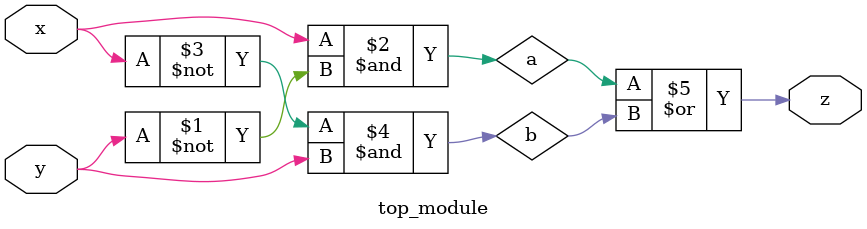
<source format=sv>
module top_module(
    input x,
    input y,
    output z);

    wire a, b;

    assign a = x & ~y;
    assign b = ~x & y;
    assign z = a | b;

endmodule

</source>
